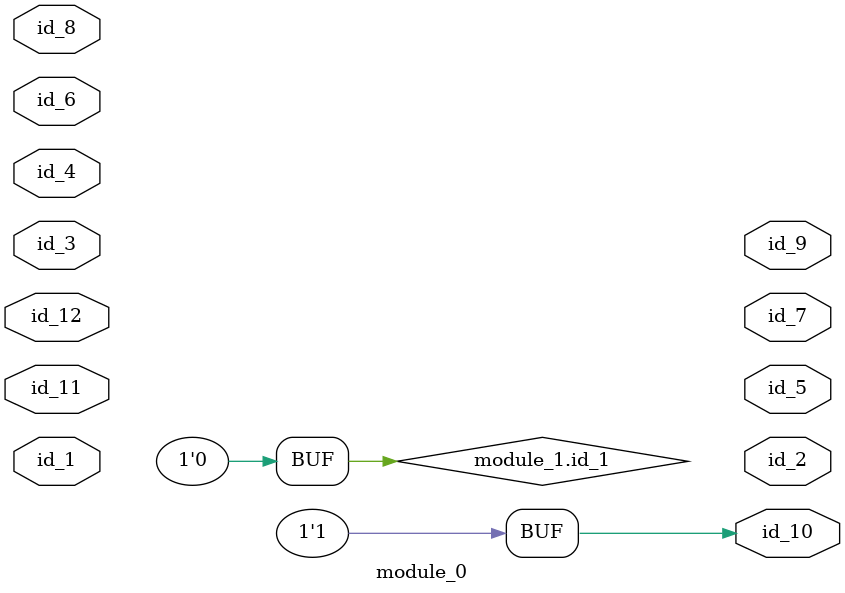
<source format=v>
module module_0 (
    id_1,
    id_2,
    id_3,
    id_4,
    id_5,
    id_6,
    id_7,
    id_8,
    id_9,
    id_10,
    id_11,
    id_12
);
  input wire id_12;
  inout wire id_11;
  output wire id_10;
  output wire id_9;
  input wire id_8;
  output wire id_7;
  input wire id_6;
  output wire id_5;
  inout wire id_4;
  inout wire id_3;
  output wire id_2;
  input wire id_1;
  assign module_1.id_1 = 0;
  assign id_10 = 1;
endmodule
module module_1;
  assign id_1 = ~id_1 | (1'h0);
  module_0 modCall_1 (
      id_1,
      id_1,
      id_1,
      id_1,
      id_1,
      id_1,
      id_1,
      id_1,
      id_1,
      id_1,
      id_1,
      id_1
  );
endmodule

</source>
